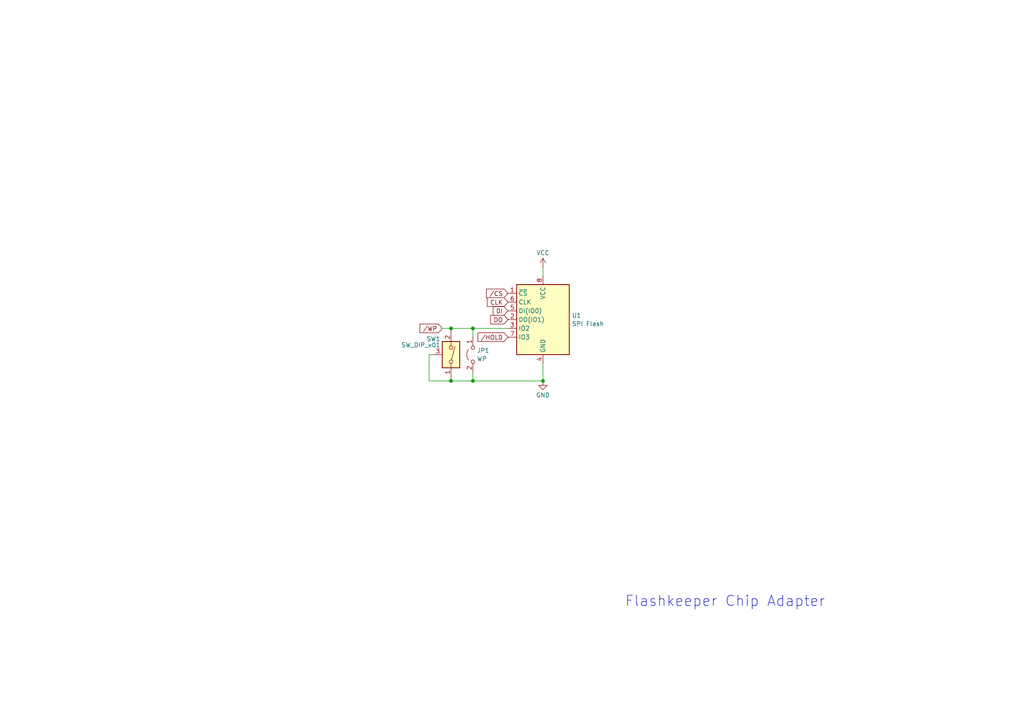
<source format=kicad_sch>
(kicad_sch (version 20231120) (generator "eeschema") (generator_version "8.0")
  (paper "A4")
  (lib_symbols
    (symbol "Jumper:Jumper_2_Open" (pin_names (offset 0) hide)
      (property "Reference" "JP" (at 0 2.794 0))
      (property "Value" "Jumper_2_Open" (at 0 -2.286 0))
      (symbol "Jumper_2_Open_0_0"
        (circle (center -2.032 0) (radius 0.508))
        (circle (center 2.032 0) (radius 0.508))
      )
      (symbol "Jumper_2_Open_0_1"
        (arc (start 1.524 1.27) (mid 0 1.778) (end -1.524 1.27))
      )
      (symbol "Jumper_2_Open_1_1"
        (pin passive line (at -5.08 0 0) (length 2.54) (name "A") (number "1"))
        (pin passive line (at 5.08 0 180) (length 2.54) (name "B") (number "2"))
      )
    )
    (symbol "Memory_Flash:W25Q32JVSS"
      (property "Reference" "U" (at -6.35 11.43 0))
      (property "Value" "W25Q32JVSS" (at 7.62 11.43 0))
      (symbol "W25Q32JVSS_0_1"
        (rectangle (start -7.62 10.16) (end 7.62 -10.16) (stroke (width 0.254)) (fill (type background)))
      )
      (symbol "W25Q32JVSS_1_1"
        (pin input line (at -10.16 7.62 0) (length 2.54) (name "~{CS}") (number "1"))
        (pin bidirectional line (at -10.16 0 0) (length 2.54) (name "DO(IO1)") (number "2"))
        (pin bidirectional line (at -10.16 -2.54 0) (length 2.54) (name "IO2") (number "3"))
        (pin power_in line (at 0 -12.7 90) (length 2.54) (name "GND") (number "4"))
        (pin bidirectional line (at -10.16 2.54 0) (length 2.54) (name "DI(IO0)") (number "5"))
        (pin input line (at -10.16 5.08 0) (length 2.54) (name "CLK") (number "6"))
        (pin bidirectional line (at -10.16 -5.08 0) (length 2.54) (name "IO3") (number "7"))
        (pin power_in line (at 0 12.7 270) (length 2.54) (name "VCC") (number "8"))
      )
    )
    (symbol "flashkeeper:SW_DIP_x01_Grounded" (pin_names (offset 0) hide)
      (property "Reference" "SW" (at 0 5.842 0))
      (property "Value" "SW_DIP_x01_Grounded" (at 0 3.81 0))
      (symbol "SW_DIP_x01_Grounded_0_0"
        (circle (center -2.032 0) (radius 0.508))
        (polyline (pts (xy -1.524 0.127) (xy 2.3622 1.1684)))
        (circle (center 2.032 0) (radius 0.508))
      )
      (symbol "SW_DIP_x01_Grounded_0_1"
        (rectangle (start -3.81 2.54) (end 3.81 -2.54) (stroke (width 0.254)) (fill (type background)))
      )
      (symbol "SW_DIP_x01_Grounded_1_1"
        (pin passive line (at -7.62 0 0) (length 5.08) (name "~") (number "1"))
        (pin passive line (at 7.62 0 180) (length 5.08) (name "~") (number "2"))
        (pin power_in line (at 0 -5.08 90) (length 2.54) (name "GND") (number "3"))
      )
    )
    (symbol "power:GND" (power) (pin_numbers hide) (pin_names (offset 0) hide)
      (property "Value" "GND" (at 0 -3.81 0))
      (symbol "GND_0_1"
        (polyline (pts (xy 0 0) (xy 0 -1.27) (xy 1.27 -1.27) (xy 0 -2.54) (xy -1.27 -1.27) (xy 0 -1.27)))
      )
      (symbol "GND_1_1"
        (pin power_in line (at 0 0 270) (length 0) (name "~") (number "1"))
      )
    )
    (symbol "power:VCC" (power) (pin_numbers hide) (pin_names (offset 0) hide)
      (property "Value" "VCC" (at 0 3.556 0))
      (symbol "VCC_0_1"
        (polyline (pts (xy -0.762 1.27) (xy 0 2.54)))
        (polyline (pts (xy 0 0) (xy 0 2.54)))
        (polyline (pts (xy 0 2.54) (xy 0.762 1.27)))
      )
      (symbol "VCC_1_1"
        (pin power_in line (at 0 0 90) (length 0) (name "~") (number "1"))
      )
    )
  )
  (junction (at 157.48 110.49))
  (junction (at 130.81 95.25))
  (junction (at 137.16 110.49))
  (junction (at 137.16 95.25))
  (junction (at 130.81 110.49))
  (wire (pts (xy 137.16 95.25) (xy 147.32 95.25)))
  (wire (pts (xy 124.46 102.87) (xy 124.46 110.49)))
  (wire (pts (xy 157.48 80.01) (xy 157.48 77.47)))
  (wire (pts (xy 128.27 95.25) (xy 130.81 95.25)))
  (wire (pts (xy 130.81 95.25) (xy 137.16 95.25)))
  (wire (pts (xy 137.16 97.79) (xy 137.16 95.25)))
  (wire (pts (xy 125.73 102.87) (xy 124.46 102.87)))
  (wire (pts (xy 124.46 110.49) (xy 130.81 110.49)))
  (wire (pts (xy 137.16 110.49) (xy 157.48 110.49)))
  (wire (pts (xy 137.16 110.49) (xy 137.16 107.95)))
  (wire (pts (xy 157.48 105.41) (xy 157.48 110.49)))
  (wire (pts (xy 130.81 110.49) (xy 137.16 110.49)))
  (text "Flashkeeper Chip Adapter" (at 210.312 174.498 0) (effects (font (size 3 3))))
  (global_label "{slash}WP" (shape input) (at 128.27 95.25 180) (property "Intersheetrefs" "${INTERSHEET_REFS}" (effects (hide yes))))
  (global_label "CLK" (shape input) (at 147.32 87.63 180) (property "Intersheetrefs" "${INTERSHEET_REFS}" (effects (hide yes))))
  (global_label "DO" (shape input) (at 147.32 92.71 180) (property "Intersheetrefs" "${INTERSHEET_REFS}" (effects (hide yes))))
  (global_label "DI" (shape input) (at 147.32 90.17 180) (property "Intersheetrefs" "${INTERSHEET_REFS}" (effects (hide yes))))
  (global_label "{slash}CS" (shape input) (at 147.32 85.09 180) (property "Intersheetrefs" "${INTERSHEET_REFS}" (effects (hide yes))))
  (global_label "{slash}HOLD" (shape input) (at 147.32 97.79 180) (property "Intersheetrefs" "${INTERSHEET_REFS}" (effects (hide yes))))
  (symbol (lib_id "Memory_Flash:W25Q32JVSS") (at 157.48 92.71 0) (unit 1)
    (property "Reference" "U1" (at 165.862 91.4978 0) (effects (justify left)))
    (property "Value" "SPI Flash" (at 165.862 93.9221 0) (effects (justify left)))
    (property "Footprint" "flashkeeper:SolderConnector_SOIC8" (effects (hide yes)))
    (property "Datasheet" "http://www.winbond.com/resource-files/w25q32jv%20revg%2003272018%20plus.pdf" (effects (hide yes)))
    (property "Description" "32Mb Serial Flash Memory, Standard/Dual/Quad SPI, SOIC-8" (effects (hide yes)))
  )
  (symbol (lib_id "Jumper:Jumper_2_Open") (at 137.16 102.87 90) (mirror x) (unit 1)
    (property "Reference" "JP1" (at 138.303 101.6578 90) (effects (justify right)))
    (property "Value" "WP" (at 138.303 104.0821 90) (effects (justify right)))
    (property "Footprint" "Jumper:SolderJumper-2_P1.3mm_Open_RoundedPad1.0x1.5mm" (effects (hide yes)))
    (property "Description" "Jumper, 2-pole, open" (effects (hide yes)))
  )
  (symbol (lib_id "flashkeeper:SW_DIP_x01_Grounded") (at 130.81 102.87 270) (mirror x) (unit 1)
    (property "Reference" "SW1" (at 127.762 98.298 90) (effects (justify right)))
    (property "Value" "SW_DIP_x01" (at 127.762 100.076 90) (effects (justify right)))
    (property "Footprint" "Button_Switch_SMD:SW_DIP_SPSTx01_Slide_Copal_CVS-01xB_W5.9mm_P1mm" (effects (hide yes)))
    (property "Description" "1x DIP Switch, Single Pole Single Throw (SPST) switch, small symbol" (effects (hide yes)))
  )
  (symbol (lib_id "power:VCC") (at 157.48 77.47 0) (unit 1)
    (property "Reference" "#PWR02" (effects (hide yes)))
    (property "Value" "VCC" (at 157.48 73.3369 0))
    (property "Description" "Power symbol creates a global label with name \"VCC\"" (effects (hide yes)))
  )
  (symbol (lib_id "power:GND") (at 157.48 110.49 0) (unit 1)
    (property "Reference" "#PWR01" (effects (hide yes)))
    (property "Value" "GND" (at 157.48 114.6231 0))
    (property "Description" "Power symbol creates a global label with name \"GND\" , ground" (effects (hide yes)))
  )
)
</source>
